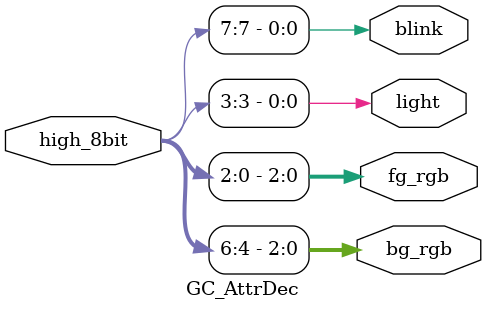
<source format=v>
module GC_AttrDec (
	high_8bit, bg_rgb, fg_rgb, light, blink
);

	input [7:0] high_8bit;
	output [2:0] bg_rgb, fg_rgb;
	output light, blink;
	
	assign {blink, bg_rgb, light, fg_rgb} = high_8bit;

endmodule
</source>
